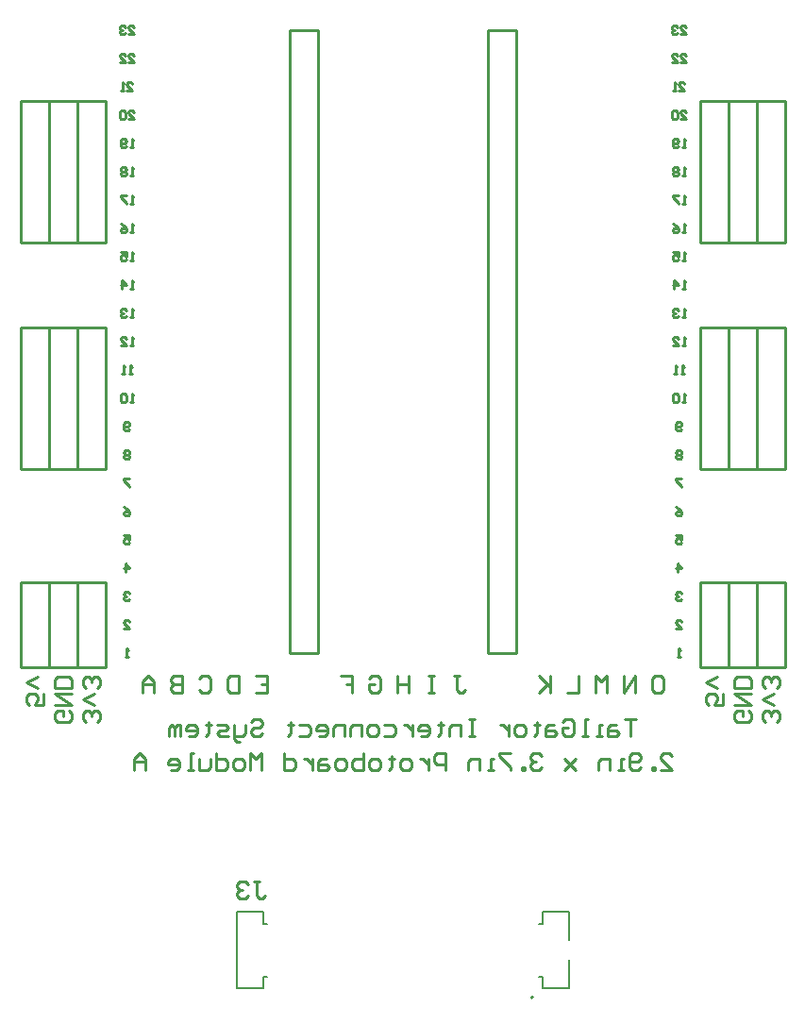
<source format=gbo>
G04*
G04 #@! TF.GenerationSoftware,Altium Limited,Altium Designer,24.0.1 (36)*
G04*
G04 Layer_Color=32896*
%FSLAX44Y44*%
%MOMM*%
G71*
G04*
G04 #@! TF.SameCoordinates,2E35C3AD-188A-49CD-8274-300F61BF0D8F*
G04*
G04*
G04 #@! TF.FilePolarity,Positive*
G04*
G01*
G75*
%ADD10C,0.2000*%
%ADD11C,0.1270*%
%ADD12C,0.2540*%
D10*
X1120300Y351200D02*
G03*
X1120300Y351200I-1000J0D01*
G01*
D11*
X1124950Y417450D02*
X1128550D01*
X878050Y417450D02*
X881650Y417450D01*
X878050Y369950D02*
X881650Y369950D01*
X1124950D02*
X1128550D01*
Y417450D02*
X1128550Y427700D01*
X1128550Y369950D02*
X1128550Y359700D01*
X878050Y417450D02*
X878050Y427700D01*
X878050Y359700D02*
Y369950D01*
X854300Y359700D02*
Y427700D01*
X1128550Y427700D02*
X1152300D01*
X854300Y427700D02*
X878050Y427700D01*
X1152300Y402900D02*
X1152300Y427700D01*
X1152300Y384500D02*
X1152300Y359700D01*
X1128550D02*
X1152300D01*
X854300Y359700D02*
X878050Y359700D01*
D12*
X736600Y647700D02*
Y723900D01*
X711200Y647700D02*
Y723900D01*
Y647700D02*
X736600D01*
X711200Y723900D02*
X736600D01*
X927100Y660400D02*
Y1219200D01*
X901700Y660400D02*
Y1219200D01*
Y660400D02*
X927100D01*
X901700Y1219200D02*
X927100D01*
X1104900Y660400D02*
Y1219200D01*
X1079500Y660400D02*
Y1219200D01*
Y660400D02*
X1104900D01*
X1079500Y1219200D02*
X1104900D01*
X685800Y825500D02*
Y952500D01*
X660400Y825500D02*
Y952500D01*
Y825500D02*
X685800D01*
X660400Y952500D02*
X685800D01*
X1346200Y825500D02*
Y952500D01*
X1320800Y825500D02*
Y952500D01*
Y825500D02*
X1346200D01*
X1320800Y952500D02*
X1346200D01*
X1320800Y825500D02*
Y952500D01*
X1295400Y825500D02*
Y952500D01*
Y825500D02*
X1320800D01*
X1295400Y952500D02*
X1320800D01*
X1346200Y1028700D02*
Y1155700D01*
X1320800Y1028700D02*
Y1155700D01*
Y1028700D02*
X1346200D01*
X1320800Y1155700D02*
X1346200D01*
X736600Y1028700D02*
Y1155700D01*
X711200Y1028700D02*
Y1155700D01*
Y1028700D02*
X736600D01*
X711200Y1155700D02*
X736600D01*
X685800Y1028700D02*
Y1155700D01*
X660400Y1028700D02*
Y1155700D01*
Y1028700D02*
X685800D01*
X660400Y1155700D02*
X685800D01*
X1295400Y1028700D02*
Y1155700D01*
X1270000Y1028700D02*
Y1155700D01*
Y1028700D02*
X1295400D01*
X1270000Y1155700D02*
X1295400D01*
X1320800Y647700D02*
Y723900D01*
X1295400Y647700D02*
Y723900D01*
Y647700D02*
X1320800D01*
X1295400Y723900D02*
X1320800D01*
X1295400Y647700D02*
Y723900D01*
X1270000Y647700D02*
Y723900D01*
Y647700D02*
X1295400D01*
X1270000Y723900D02*
X1295400D01*
X736600Y825500D02*
Y952500D01*
X711200Y825500D02*
Y952500D01*
Y825500D02*
X736600D01*
X711200Y952500D02*
X736600D01*
X1346200Y647700D02*
Y723900D01*
X1320800Y647700D02*
Y723900D01*
Y647700D02*
X1346200D01*
X1320800Y723900D02*
X1346200D01*
X1320800Y1028700D02*
Y1155700D01*
X1295400Y1028700D02*
Y1155700D01*
Y1028700D02*
X1320800D01*
X1295400Y1155700D02*
X1320800D01*
X711200Y1028700D02*
Y1155700D01*
X685800Y1028700D02*
Y1155700D01*
Y1028700D02*
X711200D01*
X685800Y1155700D02*
X711200D01*
Y825500D02*
Y952500D01*
X685800Y825500D02*
Y952500D01*
Y825500D02*
X711200D01*
X685800Y952500D02*
X711200D01*
X1295400Y825500D02*
Y952500D01*
X1270000Y825500D02*
Y952500D01*
Y825500D02*
X1295400D01*
X1270000Y952500D02*
X1295400D01*
X711200Y647700D02*
Y723900D01*
X685800Y647700D02*
Y723900D01*
Y647700D02*
X711200D01*
X685800Y723900D02*
X711200D01*
X685800Y647700D02*
Y723900D01*
X660400Y647700D02*
Y723900D01*
Y647700D02*
X685800D01*
X660400Y723900D02*
X685800D01*
X1252220Y656591D02*
X1249680D01*
X1250950D01*
Y664209D01*
X1252220Y662939D01*
X1256663Y885191D02*
X1254124D01*
X1255394D01*
Y892809D01*
X1256663Y891539D01*
X1250315D02*
X1249046Y892809D01*
X1246506D01*
X1245237Y891539D01*
Y886461D01*
X1246506Y885191D01*
X1249046D01*
X1250315Y886461D01*
Y891539D01*
X1248411Y765809D02*
X1253489D01*
Y762000D01*
X1250950Y763270D01*
X1249680D01*
X1248411Y762000D01*
Y759461D01*
X1249680Y758191D01*
X1252220D01*
X1253489Y759461D01*
Y816609D02*
X1248411D01*
Y815339D01*
X1253489Y810261D01*
Y808991D01*
X1248411Y791209D02*
X1250950Y789939D01*
X1253489Y787400D01*
Y784861D01*
X1252220Y783591D01*
X1249680D01*
X1248411Y784861D01*
Y786130D01*
X1249680Y787400D01*
X1253489D01*
X1249680Y732791D02*
Y740409D01*
X1253489Y736600D01*
X1248411D01*
X1253489Y713739D02*
X1252220Y715009D01*
X1249680D01*
X1248411Y713739D01*
Y712470D01*
X1249680Y711200D01*
X1250950D01*
X1249680D01*
X1248411Y709930D01*
Y708661D01*
X1249680Y707391D01*
X1252220D01*
X1253489Y708661D01*
X1248411Y681991D02*
X1253489D01*
X1248411Y687070D01*
Y688339D01*
X1249680Y689609D01*
X1252220D01*
X1253489Y688339D01*
X1253489Y840739D02*
X1252220Y842009D01*
X1249680D01*
X1248411Y840739D01*
Y839470D01*
X1249680Y838200D01*
X1248411Y836930D01*
Y835661D01*
X1249680Y834391D01*
X1252220D01*
X1253489Y835661D01*
Y836930D01*
X1252220Y838200D01*
X1253489Y839470D01*
Y840739D01*
X1252220Y838200D02*
X1249680D01*
X1253489Y861061D02*
X1252220Y859791D01*
X1249680D01*
X1248411Y861061D01*
Y866139D01*
X1249680Y867409D01*
X1252220D01*
X1253489Y866139D01*
Y864870D01*
X1252220Y863600D01*
X1248411D01*
X1255394Y910591D02*
X1252854D01*
X1254124D01*
Y918209D01*
X1255394Y916939D01*
X1249046Y910591D02*
X1246506D01*
X1247776D01*
Y918209D01*
X1249046Y916939D01*
X1256663Y935991D02*
X1254124D01*
X1255394D01*
Y943609D01*
X1256663Y942339D01*
X1245237Y935991D02*
X1250315D01*
X1245237Y941070D01*
Y942339D01*
X1246506Y943609D01*
X1249046D01*
X1250315Y942339D01*
X1256663Y961391D02*
X1254124D01*
X1255394D01*
Y969009D01*
X1256663Y967739D01*
X1250315D02*
X1249046Y969009D01*
X1246506D01*
X1245237Y967739D01*
Y966470D01*
X1246506Y965200D01*
X1247776D01*
X1246506D01*
X1245237Y963930D01*
Y962661D01*
X1246506Y961391D01*
X1249046D01*
X1250315Y962661D01*
X1256663Y986791D02*
X1254124D01*
X1255394D01*
Y994409D01*
X1256663Y993139D01*
X1246506Y986791D02*
Y994409D01*
X1250315Y990600D01*
X1245237D01*
X1256663Y1012191D02*
X1254124D01*
X1255394D01*
Y1019809D01*
X1256663Y1018539D01*
X1245237Y1019809D02*
X1250315D01*
Y1016000D01*
X1247776Y1017270D01*
X1246506D01*
X1245237Y1016000D01*
Y1013461D01*
X1246506Y1012191D01*
X1249046D01*
X1250315Y1013461D01*
X1256663Y1037591D02*
X1254124D01*
X1255394D01*
Y1045209D01*
X1256663Y1043939D01*
X1245237Y1045209D02*
X1247776Y1043939D01*
X1250315Y1041400D01*
Y1038861D01*
X1249046Y1037591D01*
X1246506D01*
X1245237Y1038861D01*
Y1040130D01*
X1246506Y1041400D01*
X1250315D01*
X1256663Y1062991D02*
X1254124D01*
X1255394D01*
Y1070609D01*
X1256663Y1069339D01*
X1250315Y1070609D02*
X1245237D01*
Y1069339D01*
X1250315Y1064261D01*
Y1062991D01*
X1256663Y1088391D02*
X1254124D01*
X1255394D01*
Y1096009D01*
X1256663Y1094739D01*
X1250315D02*
X1249046Y1096009D01*
X1246506D01*
X1245237Y1094739D01*
Y1093470D01*
X1246506Y1092200D01*
X1245237Y1090930D01*
Y1089661D01*
X1246506Y1088391D01*
X1249046D01*
X1250315Y1089661D01*
Y1090930D01*
X1249046Y1092200D01*
X1250315Y1093470D01*
Y1094739D01*
X1249046Y1092200D02*
X1246506D01*
X1256663Y1113791D02*
X1254124D01*
X1255394D01*
Y1121409D01*
X1256663Y1120139D01*
X1250315Y1115061D02*
X1249046Y1113791D01*
X1246506D01*
X1245237Y1115061D01*
Y1120139D01*
X1246506Y1121409D01*
X1249046D01*
X1250315Y1120139D01*
Y1118870D01*
X1249046Y1117600D01*
X1245237D01*
X1252220Y1139191D02*
X1257298D01*
X1252220Y1144270D01*
Y1145539D01*
X1253489Y1146809D01*
X1256028D01*
X1257298Y1145539D01*
X1249680D02*
X1248411Y1146809D01*
X1245872D01*
X1244602Y1145539D01*
Y1140461D01*
X1245872Y1139191D01*
X1248411D01*
X1249680Y1140461D01*
Y1145539D01*
X1252220Y1215391D02*
X1257298D01*
X1252220Y1220470D01*
Y1221739D01*
X1253489Y1223009D01*
X1256028D01*
X1257298Y1221739D01*
X1249680D02*
X1248411Y1223009D01*
X1245872D01*
X1244602Y1221739D01*
Y1220470D01*
X1245872Y1219200D01*
X1247141D01*
X1245872D01*
X1244602Y1217930D01*
Y1216661D01*
X1245872Y1215391D01*
X1248411D01*
X1249680Y1216661D01*
X1250950Y1164591D02*
X1256028D01*
X1250950Y1169670D01*
Y1170939D01*
X1252220Y1172209D01*
X1254759D01*
X1256028Y1170939D01*
X1248411Y1164591D02*
X1245872D01*
X1247141D01*
Y1172209D01*
X1248411Y1170939D01*
X1252220Y1189991D02*
X1257298D01*
X1252220Y1195070D01*
Y1196339D01*
X1253489Y1197609D01*
X1256028D01*
X1257298Y1196339D01*
X1244602Y1189991D02*
X1249680D01*
X1244602Y1195070D01*
Y1196339D01*
X1245872Y1197609D01*
X1248411D01*
X1249680Y1196339D01*
X756920Y1215391D02*
X761998D01*
X756920Y1220470D01*
Y1221739D01*
X758189Y1223009D01*
X760728D01*
X761998Y1221739D01*
X754380D02*
X753111Y1223009D01*
X750572D01*
X749302Y1221739D01*
Y1220470D01*
X750572Y1219200D01*
X751841D01*
X750572D01*
X749302Y1217930D01*
Y1216661D01*
X750572Y1215391D01*
X753111D01*
X754380Y1216661D01*
X756920Y1189991D02*
X761998D01*
X756920Y1195070D01*
Y1196339D01*
X758189Y1197609D01*
X760728D01*
X761998Y1196339D01*
X749302Y1189991D02*
X754380D01*
X749302Y1195070D01*
Y1196339D01*
X750572Y1197609D01*
X753111D01*
X754380Y1196339D01*
X755650Y1164591D02*
X760728D01*
X755650Y1169670D01*
Y1170939D01*
X756920Y1172209D01*
X759459D01*
X760728Y1170939D01*
X753111Y1164591D02*
X750572D01*
X751841D01*
Y1172209D01*
X753111Y1170939D01*
X756920Y1139191D02*
X761998D01*
X756920Y1144270D01*
Y1145539D01*
X758189Y1146809D01*
X760728D01*
X761998Y1145539D01*
X754380D02*
X753111Y1146809D01*
X750572D01*
X749302Y1145539D01*
Y1140461D01*
X750572Y1139191D01*
X753111D01*
X754380Y1140461D01*
Y1145539D01*
X761363Y1113791D02*
X758824D01*
X760094D01*
Y1121409D01*
X761363Y1120139D01*
X755015Y1115061D02*
X753746Y1113791D01*
X751206D01*
X749937Y1115061D01*
Y1120139D01*
X751206Y1121409D01*
X753746D01*
X755015Y1120139D01*
Y1118870D01*
X753746Y1117600D01*
X749937D01*
X761363Y1088391D02*
X758824D01*
X760094D01*
Y1096009D01*
X761363Y1094739D01*
X755015D02*
X753746Y1096009D01*
X751206D01*
X749937Y1094739D01*
Y1093470D01*
X751206Y1092200D01*
X749937Y1090930D01*
Y1089661D01*
X751206Y1088391D01*
X753746D01*
X755015Y1089661D01*
Y1090930D01*
X753746Y1092200D01*
X755015Y1093470D01*
Y1094739D01*
X753746Y1092200D02*
X751206D01*
X761363Y1062991D02*
X758824D01*
X760094D01*
Y1070609D01*
X761363Y1069339D01*
X755015Y1070609D02*
X749937D01*
Y1069339D01*
X755015Y1064261D01*
Y1062991D01*
X761363Y1037591D02*
X758824D01*
X760094D01*
Y1045209D01*
X761363Y1043939D01*
X749937Y1045209D02*
X752476Y1043939D01*
X755015Y1041400D01*
Y1038861D01*
X753746Y1037591D01*
X751206D01*
X749937Y1038861D01*
Y1040130D01*
X751206Y1041400D01*
X755015D01*
X761363Y1012191D02*
X758824D01*
X760094D01*
Y1019809D01*
X761363Y1018539D01*
X749937Y1019809D02*
X755015D01*
Y1016000D01*
X752476Y1017270D01*
X751206D01*
X749937Y1016000D01*
Y1013461D01*
X751206Y1012191D01*
X753746D01*
X755015Y1013461D01*
X761363Y986791D02*
X758824D01*
X760094D01*
Y994409D01*
X761363Y993139D01*
X751206Y986791D02*
Y994409D01*
X755015Y990600D01*
X749937D01*
X761363Y961391D02*
X758824D01*
X760094D01*
Y969009D01*
X761363Y967739D01*
X755015D02*
X753746Y969009D01*
X751206D01*
X749937Y967739D01*
Y966470D01*
X751206Y965200D01*
X752476D01*
X751206D01*
X749937Y963930D01*
Y962661D01*
X751206Y961391D01*
X753746D01*
X755015Y962661D01*
X761363Y935991D02*
X758824D01*
X760094D01*
Y943609D01*
X761363Y942339D01*
X749937Y935991D02*
X755015D01*
X749937Y941070D01*
Y942339D01*
X751206Y943609D01*
X753746D01*
X755015Y942339D01*
X760094Y910591D02*
X757554D01*
X758824D01*
Y918209D01*
X760094Y916939D01*
X753746Y910591D02*
X751206D01*
X752476D01*
Y918209D01*
X753746Y916939D01*
X761363Y885191D02*
X758824D01*
X760094D01*
Y892809D01*
X761363Y891539D01*
X755015D02*
X753746Y892809D01*
X751206D01*
X749937Y891539D01*
Y886461D01*
X751206Y885191D01*
X753746D01*
X755015Y886461D01*
Y891539D01*
X758189Y861061D02*
X756920Y859791D01*
X754380D01*
X753111Y861061D01*
Y866139D01*
X754380Y867409D01*
X756920D01*
X758189Y866139D01*
Y864870D01*
X756920Y863600D01*
X753111D01*
X758189Y840739D02*
X756919Y842009D01*
X754380D01*
X753111Y840739D01*
Y839470D01*
X754380Y838200D01*
X753111Y836930D01*
Y835661D01*
X754380Y834391D01*
X756919D01*
X758189Y835661D01*
Y836930D01*
X756919Y838200D01*
X758189Y839470D01*
Y840739D01*
X756919Y838200D02*
X754380D01*
X758189Y816609D02*
X753111D01*
Y815339D01*
X758189Y810261D01*
Y808991D01*
X753111Y791209D02*
X755650Y789939D01*
X758189Y787400D01*
Y784861D01*
X756920Y783591D01*
X754380D01*
X753111Y784861D01*
Y786130D01*
X754380Y787400D01*
X758189D01*
X753111Y765809D02*
X758189D01*
Y762000D01*
X755650Y763270D01*
X754380D01*
X753111Y762000D01*
Y759461D01*
X754380Y758191D01*
X756920D01*
X758189Y759461D01*
X754380Y732791D02*
Y740409D01*
X758189Y736600D01*
X753111D01*
X758189Y713739D02*
X756920Y715009D01*
X754380D01*
X753111Y713739D01*
Y712470D01*
X754380Y711200D01*
X755650D01*
X754380D01*
X753111Y709930D01*
Y708661D01*
X754380Y707391D01*
X756920D01*
X758189Y708661D01*
X756920Y656591D02*
X754380D01*
X755650D01*
Y664209D01*
X756920Y662939D01*
X753111Y681991D02*
X758189D01*
X753111Y687070D01*
Y688339D01*
X754380Y689609D01*
X756920D01*
X758189Y688339D01*
X1234365Y554990D02*
X1244522D01*
X1234365Y565147D01*
Y567686D01*
X1236904Y570225D01*
X1241983D01*
X1244522Y567686D01*
X1229287Y554990D02*
Y557529D01*
X1226748D01*
Y554990D01*
X1229287D01*
X1216591Y557529D02*
X1214052Y554990D01*
X1208973D01*
X1206434Y557529D01*
Y567686D01*
X1208973Y570225D01*
X1214052D01*
X1216591Y567686D01*
Y565147D01*
X1214052Y562607D01*
X1206434D01*
X1201356Y554990D02*
X1196278D01*
X1198817D01*
Y565147D01*
X1201356D01*
X1188660Y554990D02*
Y565147D01*
X1181042D01*
X1178503Y562607D01*
Y554990D01*
X1158190Y565147D02*
X1148033Y554990D01*
X1153111Y560068D01*
X1148033Y565147D01*
X1158190Y554990D01*
X1127720Y567686D02*
X1125181Y570225D01*
X1120102D01*
X1117563Y567686D01*
Y565147D01*
X1120102Y562607D01*
X1122641D01*
X1120102D01*
X1117563Y560068D01*
Y557529D01*
X1120102Y554990D01*
X1125181D01*
X1127720Y557529D01*
X1112485Y554990D02*
Y557529D01*
X1109946D01*
Y554990D01*
X1112485D01*
X1099789Y570225D02*
X1089632D01*
Y567686D01*
X1099789Y557529D01*
Y554990D01*
X1084554D02*
X1079475D01*
X1082014D01*
Y565147D01*
X1084554D01*
X1071858Y554990D02*
Y565147D01*
X1064240D01*
X1061701Y562607D01*
Y554990D01*
X1041388D02*
Y570225D01*
X1033770D01*
X1031231Y567686D01*
Y562607D01*
X1033770Y560068D01*
X1041388D01*
X1026153Y565147D02*
Y554990D01*
Y560068D01*
X1023613Y562607D01*
X1021074Y565147D01*
X1018535D01*
X1008378Y554990D02*
X1003300D01*
X1000761Y557529D01*
Y562607D01*
X1003300Y565147D01*
X1008378D01*
X1010918Y562607D01*
Y557529D01*
X1008378Y554990D01*
X993143Y567686D02*
Y565147D01*
X995683D01*
X990604D01*
X993143D01*
Y557529D01*
X990604Y554990D01*
X980447D02*
X975369D01*
X972830Y557529D01*
Y562607D01*
X975369Y565147D01*
X980447D01*
X982987Y562607D01*
Y557529D01*
X980447Y554990D01*
X967751Y570225D02*
Y554990D01*
X960134D01*
X957595Y557529D01*
Y560068D01*
Y562607D01*
X960134Y565147D01*
X967751D01*
X949977Y554990D02*
X944899D01*
X942360Y557529D01*
Y562607D01*
X944899Y565147D01*
X949977D01*
X952516Y562607D01*
Y557529D01*
X949977Y554990D01*
X934742Y565147D02*
X929664D01*
X927125Y562607D01*
Y554990D01*
X934742D01*
X937281Y557529D01*
X934742Y560068D01*
X927125D01*
X922046Y565147D02*
Y554990D01*
Y560068D01*
X919507Y562607D01*
X916968Y565147D01*
X914429D01*
X896655Y570225D02*
Y554990D01*
X904272D01*
X906811Y557529D01*
Y562607D01*
X904272Y565147D01*
X896655D01*
X876341Y554990D02*
Y570225D01*
X871263Y565147D01*
X866184Y570225D01*
Y554990D01*
X858567D02*
X853488D01*
X850949Y557529D01*
Y562607D01*
X853488Y565147D01*
X858567D01*
X861106Y562607D01*
Y557529D01*
X858567Y554990D01*
X835714Y570225D02*
Y554990D01*
X843332D01*
X845871Y557529D01*
Y562607D01*
X843332Y565147D01*
X835714D01*
X830636D02*
Y557529D01*
X828097Y554990D01*
X820479D01*
Y565147D01*
X815401Y554990D02*
X810322D01*
X812862D01*
Y570225D01*
X815401D01*
X795087Y554990D02*
X800166D01*
X802705Y557529D01*
Y562607D01*
X800166Y565147D01*
X795087D01*
X792548Y562607D01*
Y560068D01*
X802705D01*
X772235Y554990D02*
Y565147D01*
X767156Y570225D01*
X762078Y565147D01*
Y554990D01*
Y562607D01*
X772235D01*
X1212782Y600703D02*
X1202626D01*
X1207704D01*
Y585468D01*
X1195008Y595625D02*
X1189930D01*
X1187390Y593086D01*
Y585468D01*
X1195008D01*
X1197547Y588008D01*
X1195008Y590547D01*
X1187390D01*
X1182312Y585468D02*
X1177234D01*
X1179773D01*
Y595625D01*
X1182312D01*
X1169616Y585468D02*
X1164538D01*
X1167077D01*
Y600703D01*
X1169616D01*
X1146764Y598164D02*
X1149303Y600703D01*
X1154381D01*
X1156920Y598164D01*
Y588008D01*
X1154381Y585468D01*
X1149303D01*
X1146764Y588008D01*
Y593086D01*
X1151842D01*
X1139146Y595625D02*
X1134068D01*
X1131528Y593086D01*
Y585468D01*
X1139146D01*
X1141685Y588008D01*
X1139146Y590547D01*
X1131528D01*
X1123911Y598164D02*
Y595625D01*
X1126450D01*
X1121372D01*
X1123911D01*
Y588008D01*
X1121372Y585468D01*
X1111215D02*
X1106137D01*
X1103597Y588008D01*
Y593086D01*
X1106137Y595625D01*
X1111215D01*
X1113754Y593086D01*
Y588008D01*
X1111215Y585468D01*
X1098519Y595625D02*
Y585468D01*
Y590547D01*
X1095980Y593086D01*
X1093441Y595625D01*
X1090902D01*
X1068049Y600703D02*
X1062971D01*
X1065510D01*
Y585468D01*
X1068049D01*
X1062971D01*
X1055353D02*
Y595625D01*
X1047736D01*
X1045196Y593086D01*
Y585468D01*
X1037579Y598164D02*
Y595625D01*
X1040118D01*
X1035040D01*
X1037579D01*
Y588008D01*
X1035040Y585468D01*
X1019805D02*
X1024883D01*
X1027422Y588008D01*
Y593086D01*
X1024883Y595625D01*
X1019805D01*
X1017265Y593086D01*
Y590547D01*
X1027422D01*
X1012187Y595625D02*
Y585468D01*
Y590547D01*
X1009648Y593086D01*
X1007109Y595625D01*
X1004570D01*
X986795D02*
X994413D01*
X996952Y593086D01*
Y588008D01*
X994413Y585468D01*
X986795D01*
X979178D02*
X974099D01*
X971560Y588008D01*
Y593086D01*
X974099Y595625D01*
X979178D01*
X981717Y593086D01*
Y588008D01*
X979178Y585468D01*
X966482D02*
Y595625D01*
X958864D01*
X956325Y593086D01*
Y585468D01*
X951247D02*
Y595625D01*
X943629D01*
X941090Y593086D01*
Y585468D01*
X928394D02*
X933473D01*
X936012Y588008D01*
Y593086D01*
X933473Y595625D01*
X928394D01*
X925855Y593086D01*
Y590547D01*
X936012D01*
X910620Y595625D02*
X918238D01*
X920777Y593086D01*
Y588008D01*
X918238Y585468D01*
X910620D01*
X903002Y598164D02*
Y595625D01*
X905542D01*
X900463D01*
X903002D01*
Y588008D01*
X900463Y585468D01*
X867454Y598164D02*
X869993Y600703D01*
X875071D01*
X877611Y598164D01*
Y595625D01*
X875071Y593086D01*
X869993D01*
X867454Y590547D01*
Y588008D01*
X869993Y585468D01*
X875071D01*
X877611Y588008D01*
X862376Y595625D02*
Y588008D01*
X859836Y585468D01*
X852219D01*
Y582929D01*
X854758Y580390D01*
X857297D01*
X852219Y585468D02*
Y595625D01*
X847141Y585468D02*
X839523D01*
X836984Y588008D01*
X839523Y590547D01*
X844601D01*
X847141Y593086D01*
X844601Y595625D01*
X836984D01*
X829366Y598164D02*
Y595625D01*
X831905D01*
X826827D01*
X829366D01*
Y588008D01*
X826827Y585468D01*
X811592D02*
X816670D01*
X819210Y588008D01*
Y593086D01*
X816670Y595625D01*
X811592D01*
X809053Y593086D01*
Y590547D01*
X819210D01*
X803975Y585468D02*
Y595625D01*
X801435D01*
X798896Y593086D01*
Y585468D01*
Y593086D01*
X796357Y595625D01*
X793818Y593086D01*
Y585468D01*
X680717Y623575D02*
Y613418D01*
X673100D01*
X675639Y618497D01*
Y621036D01*
X673100Y623575D01*
X668022D01*
X665482Y621036D01*
Y615957D01*
X668022Y613418D01*
X675639Y628653D02*
X665482Y633732D01*
X675639Y638810D01*
X703576Y608343D02*
X706115Y605803D01*
Y600725D01*
X703576Y598186D01*
X693419D01*
X690880Y600725D01*
Y605803D01*
X693419Y608343D01*
X698497D01*
Y603264D01*
X690880Y613421D02*
X706115D01*
X690880Y623578D01*
X706115D01*
Y628656D02*
X690880D01*
Y636273D01*
X693419Y638813D01*
X703576D01*
X706115Y636273D01*
Y628656D01*
X728975Y598186D02*
X731515Y600725D01*
Y605804D01*
X728975Y608343D01*
X726436D01*
X723897Y605804D01*
Y603265D01*
Y605804D01*
X721358Y608343D01*
X718819D01*
X716279Y605804D01*
Y600725D01*
X718819Y598186D01*
X726436Y613421D02*
X716279Y618500D01*
X726436Y623578D01*
X728975Y628656D02*
X731515Y631195D01*
Y636274D01*
X728975Y638813D01*
X726436D01*
X723897Y636274D01*
Y633735D01*
Y636274D01*
X721358Y638813D01*
X718819D01*
X716279Y636274D01*
Y631195D01*
X718819Y628656D01*
X1338575Y598183D02*
X1341115Y600722D01*
Y605801D01*
X1338575Y608340D01*
X1336036D01*
X1333497Y605801D01*
Y603261D01*
Y605801D01*
X1330958Y608340D01*
X1328419D01*
X1325879Y605801D01*
Y600722D01*
X1328419Y598183D01*
X1336036Y613418D02*
X1325879Y618497D01*
X1336036Y623575D01*
X1338575Y628653D02*
X1341115Y631193D01*
Y636271D01*
X1338575Y638810D01*
X1336036D01*
X1333497Y636271D01*
Y633732D01*
Y636271D01*
X1330958Y638810D01*
X1328419D01*
X1325879Y636271D01*
Y631193D01*
X1328419Y628653D01*
X1290314Y623575D02*
Y613418D01*
X1282697D01*
X1285236Y618497D01*
Y621036D01*
X1282697Y623575D01*
X1277619D01*
X1275079Y621036D01*
Y615957D01*
X1277619Y613418D01*
X1285236Y628653D02*
X1275079Y633732D01*
X1285236Y638810D01*
X1313175Y608340D02*
X1315715Y605801D01*
Y600722D01*
X1313175Y598183D01*
X1303019D01*
X1300479Y600722D01*
Y605801D01*
X1303019Y608340D01*
X1308097D01*
Y603261D01*
X1300479Y613418D02*
X1315715D01*
X1300479Y623575D01*
X1315715D01*
Y628653D02*
X1300479D01*
Y636271D01*
X1303019Y638810D01*
X1313175D01*
X1315715Y636271D01*
Y628653D01*
X1135378Y640075D02*
Y624840D01*
Y629918D01*
X1125222Y640075D01*
X1132839Y632458D01*
X1125222Y624840D01*
X1160778Y640075D02*
Y624840D01*
X1150622D01*
X1186178Y624840D02*
Y640075D01*
X1181100Y634997D01*
X1176022Y640075D01*
Y624840D01*
X1229361Y640075D02*
X1234439D01*
X1236978Y637536D01*
Y627379D01*
X1234439Y624840D01*
X1229361D01*
X1226822Y627379D01*
Y637536D01*
X1229361Y640075D01*
X779778Y624840D02*
Y634997D01*
X774700Y640075D01*
X769622Y634997D01*
Y624840D01*
Y632458D01*
X779778D01*
X805178Y640075D02*
Y624840D01*
X797561D01*
X795022Y627379D01*
Y629918D01*
X797561Y632458D01*
X805178D01*
X797561D01*
X795022Y634997D01*
Y637536D01*
X797561Y640075D01*
X805178D01*
X820422Y637536D02*
X822961Y640075D01*
X828039D01*
X830578Y637536D01*
Y627379D01*
X828039Y624840D01*
X822961D01*
X820422Y627379D01*
X855978Y640075D02*
Y624840D01*
X848361D01*
X845822Y627379D01*
Y637536D01*
X848361Y640075D01*
X855978D01*
X871222D02*
X881378D01*
Y624840D01*
X871222D01*
X881378Y632458D02*
X876300D01*
X972822Y637536D02*
X975361Y640075D01*
X980439D01*
X982978Y637536D01*
Y627379D01*
X980439Y624840D01*
X975361D01*
X972822Y627379D01*
Y632458D01*
X977900D01*
X1008378Y640075D02*
Y624840D01*
Y632458D01*
X998222D01*
Y640075D01*
Y624840D01*
X1031239Y640075D02*
X1026161D01*
X1028700D01*
Y624840D01*
X1031239D01*
X1026161D01*
X1049022Y640075D02*
X1054100D01*
X1051561D01*
Y627379D01*
X1054100Y624840D01*
X1056639D01*
X1059178Y627379D01*
X947422Y640075D02*
X957578D01*
Y632458D01*
X952500D01*
X957578D01*
Y624840D01*
X1211578Y624840D02*
Y640075D01*
X1201422Y624840D01*
Y640075D01*
X869445Y455417D02*
X874524D01*
X871984D01*
Y442721D01*
X874524Y440182D01*
X877063D01*
X879602Y442721D01*
X864367Y452878D02*
X861828Y455417D01*
X856749D01*
X854210Y452878D01*
Y450339D01*
X856749Y447799D01*
X859289D01*
X856749D01*
X854210Y445260D01*
Y442721D01*
X856749Y440182D01*
X861828D01*
X864367Y442721D01*
M02*

</source>
